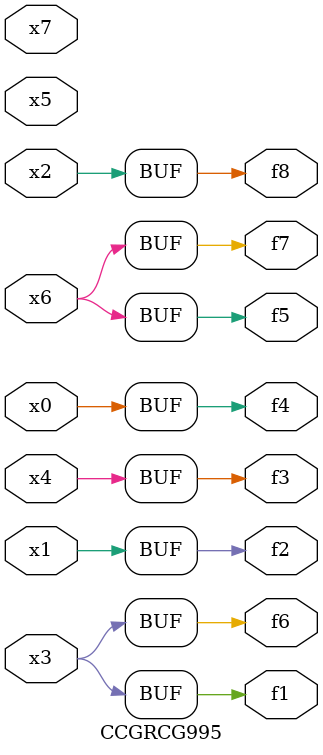
<source format=v>
module CCGRCG995(
	input x0, x1, x2, x3, x4, x5, x6, x7,
	output f1, f2, f3, f4, f5, f6, f7, f8
);
	assign f1 = x3;
	assign f2 = x1;
	assign f3 = x4;
	assign f4 = x0;
	assign f5 = x6;
	assign f6 = x3;
	assign f7 = x6;
	assign f8 = x2;
endmodule

</source>
